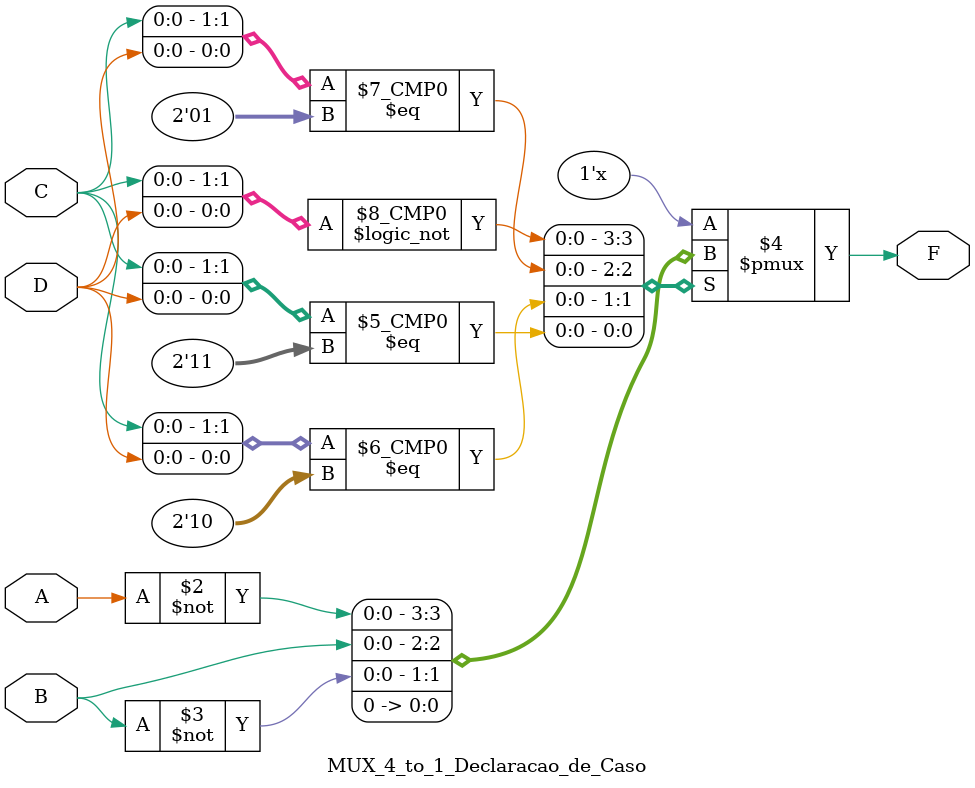
<source format=v>
module MUX_4_to_1_Declaracao_de_Caso
    (output reg F,
    input wire A, B, C, D);

    always @ (A, B, C, D) 
        begin
            case ( {C, D} )
                2'b00 : #10 F = ~A;
                2'b01 : #10 F = B;
                2'b10 : #10 F = ~B;
                2'b11 : #10 F = 1'b0;
                default : #10 F = 1'bX;
            endcase        
        end
endmodule
</source>
